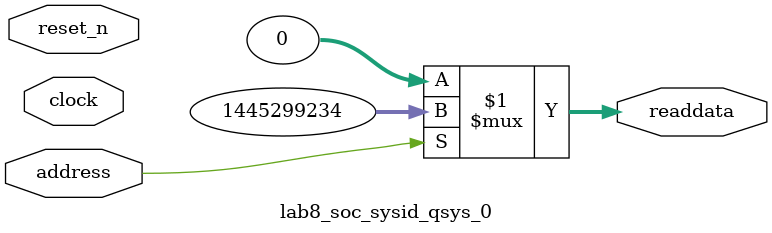
<source format=v>

`timescale 1ns / 1ps
// synthesis translate_on

// turn off superfluous verilog processor warnings 
// altera message_level Level1 
// altera message_off 10034 10035 10036 10037 10230 10240 10030 

module lab8_soc_sysid_qsys_0 (
               // inputs:
                address,
                clock,
                reset_n,

               // outputs:
                readdata
             )
;

  output  [ 31: 0] readdata;
  input            address;
  input            clock;
  input            reset_n;

  wire    [ 31: 0] readdata;
  //control_slave, which is an e_avalon_slave
  assign readdata = address ? 1445299234 : 0;

endmodule




</source>
